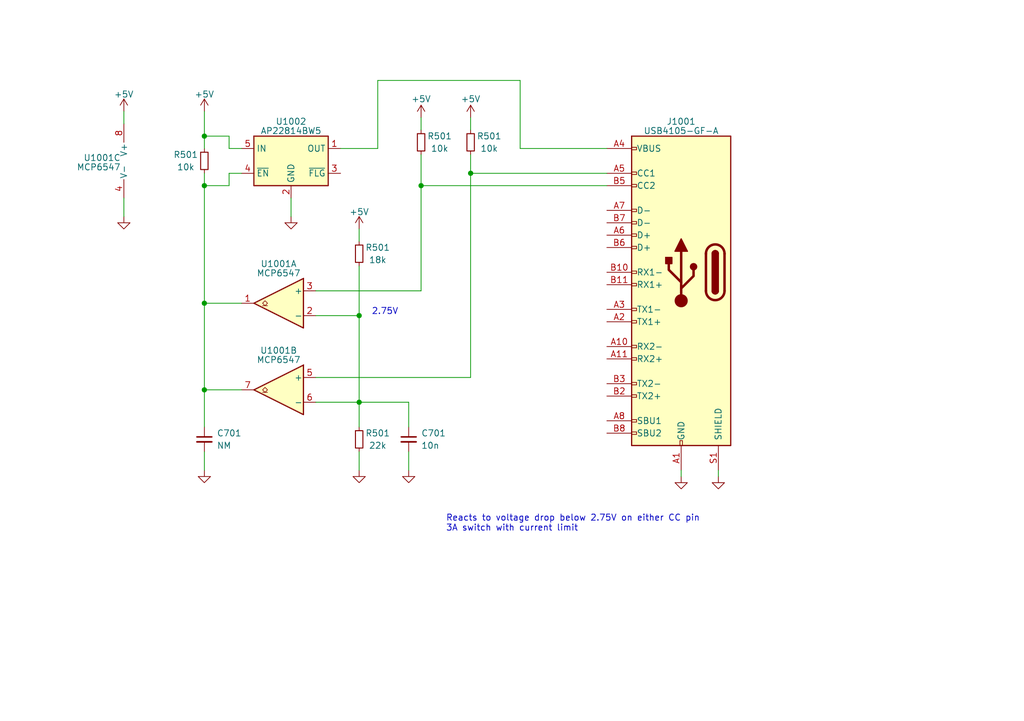
<source format=kicad_sch>
(kicad_sch (version 20230121) (generator eeschema)
  (paper "A5")
  (lib_symbols
    (symbol "Comparator:MCP6567" (pin_names (offset 0.127))
      (property "Reference" "U" (at 3.81 3.81 0))
      (property "Value" "MCP6567" (at 6.35 -3.81 0))
      (symbol "MCP6567_1_1"
        (polyline (pts (xy -5.08 5.08) (xy 5.08 0) (xy -5.08 -5.08) (xy -5.08 5.08)) (stroke (width 0.254)) (fill (type background)))
        (polyline (pts (xy 3.302 -0.508) (xy 2.794 -0.508) (xy 3.302 0) (xy 2.794 0.508) (xy 2.286 0) (xy 2.794 -0.508) (xy 2.286 -0.508)) (stroke (width 0.127)))
        (pin open_collector line (at 7.62 0 180) (length 2.54) (name "~") (number "1"))
        (pin input line (at -7.62 -2.54 0) (length 2.54) (name "-") (number "2"))
        (pin input line (at -7.62 2.54 0) (length 2.54) (name "+") (number "3"))
      )
      (symbol "MCP6567_2_1"
        (polyline (pts (xy -5.08 5.08) (xy 5.08 0) (xy -5.08 -5.08) (xy -5.08 5.08)) (stroke (width 0.254)) (fill (type background)))
        (polyline (pts (xy 3.302 -0.508) (xy 2.794 -0.508) (xy 3.302 0) (xy 2.794 0.508) (xy 2.286 0) (xy 2.794 -0.508) (xy 2.286 -0.508)) (stroke (width 0.127)))
        (pin input line (at -7.62 2.54 0) (length 2.54) (name "+") (number "5"))
        (pin input line (at -7.62 -2.54 0) (length 2.54) (name "-") (number "6"))
        (pin open_collector line (at 7.62 0 180) (length 2.54) (name "~") (number "7"))
      )
      (symbol "MCP6567_3_1"
        (pin power_in line (at -2.54 -7.62 90) (length 3.81) (name "V-") (number "4"))
        (pin power_in line (at -2.54 7.62 270) (length 3.81) (name "V+") (number "8"))
      )
    )
    (symbol "Connector:USB_C_Receptacle" (pin_names (offset 1.016))
      (property "Reference" "J" (at -10.16 29.21 0))
      (property "Value" "USB_C_Receptacle" (at 10.16 29.21 0))
      (symbol "USB_C_Receptacle_0_0"
        (rectangle (start -0.254 -35.56) (end 0.254 -34.544))
        (rectangle (start 10.16 -32.766) (end 9.144 -33.274))
        (rectangle (start 10.16 -30.226) (end 9.144 -30.734))
        (rectangle (start 10.16 -25.146) (end 9.144 -25.654))
        (rectangle (start 10.16 -22.606) (end 9.144 -23.114))
        (rectangle (start 10.16 -17.526) (end 9.144 -18.034))
        (rectangle (start 10.16 -14.986) (end 9.144 -15.494))
        (rectangle (start 10.16 -9.906) (end 9.144 -10.414))
        (rectangle (start 10.16 -7.366) (end 9.144 -7.874))
        (rectangle (start 10.16 -2.286) (end 9.144 -2.794))
        (rectangle (start 10.16 0.254) (end 9.144 -0.254))
        (rectangle (start 10.16 5.334) (end 9.144 4.826))
        (rectangle (start 10.16 7.874) (end 9.144 7.366))
        (rectangle (start 10.16 10.414) (end 9.144 9.906))
        (rectangle (start 10.16 12.954) (end 9.144 12.446))
        (rectangle (start 10.16 18.034) (end 9.144 17.526))
        (rectangle (start 10.16 20.574) (end 9.144 20.066))
        (rectangle (start 10.16 25.654) (end 9.144 25.146))
      )
      (symbol "USB_C_Receptacle_0_1"
        (rectangle (start -10.16 27.94) (end 10.16 -35.56) (stroke (width 0.254)) (fill (type background)))
        (arc (start -8.89 -3.81) (mid -6.985 -5.7067) (end -5.08 -3.81) (stroke (width 0.508)))
        (arc (start -7.62 -3.81) (mid -6.985 -4.4423) (end -6.35 -3.81) (stroke (width 0.254)))
        (arc (start -7.62 -3.81) (mid -6.985 -4.4423) (end -6.35 -3.81) (stroke (width 0.254)) (fill (type outline)))
        (rectangle (start -7.62 -3.81) (end -6.35 3.81) (stroke (width 0.254)) (fill (type outline)))
        (arc (start -6.35 3.81) (mid -6.985 4.4423) (end -7.62 3.81) (stroke (width 0.254)))
        (arc (start -6.35 3.81) (mid -6.985 4.4423) (end -7.62 3.81) (stroke (width 0.254)) (fill (type outline)))
        (arc (start -5.08 3.81) (mid -6.985 5.7067) (end -8.89 3.81) (stroke (width 0.508)))
        (polyline (pts (xy -8.89 -3.81) (xy -8.89 3.81)) (stroke (width 0.508)))
        (polyline (pts (xy -5.08 3.81) (xy -5.08 -3.81)) (stroke (width 0.508)))
      )
      (symbol "USB_C_Receptacle_1_1"
        (circle (center -2.54 1.143) (radius 0.635) (stroke (width 0.254)) (fill (type outline)))
        (circle (center 0 -5.842) (radius 1.27) (fill (type outline)))
        (polyline (pts (xy 0 -5.842) (xy 0 4.318)) (stroke (width 0.508)))
        (polyline (pts (xy 0 -3.302) (xy -2.54 -0.762) (xy -2.54 0.508)) (stroke (width 0.508)))
        (polyline (pts (xy 0 -2.032) (xy 2.54 0.508) (xy 2.54 1.778)) (stroke (width 0.508)))
        (polyline (pts (xy -1.27 4.318) (xy 0 6.858) (xy 1.27 4.318) (xy -1.27 4.318)) (stroke (width 0.254)) (fill (type outline)))
        (rectangle (start 1.905 1.778) (end 3.175 3.048) (stroke (width 0.254)) (fill (type outline)))
        (pin passive line (at 0 -40.64 90) (length 5.08) (name "GND") (number "A1"))
        (pin bidirectional line (at 15.24 -15.24 180) (length 5.08) (name "RX2-") (number "A10"))
        (pin bidirectional line (at 15.24 -17.78 180) (length 5.08) (name "RX2+") (number "A11"))
        (pin passive line (at 0 -40.64 90) (length 5.08) hide (name "GND") (number "A12"))
        (pin bidirectional line (at 15.24 -10.16 180) (length 5.08) (name "TX1+") (number "A2"))
        (pin bidirectional line (at 15.24 -7.62 180) (length 5.08) (name "TX1-") (number "A3"))
        (pin passive line (at 15.24 25.4 180) (length 5.08) (name "VBUS") (number "A4"))
        (pin bidirectional line (at 15.24 20.32 180) (length 5.08) (name "CC1") (number "A5"))
        (pin bidirectional line (at 15.24 7.62 180) (length 5.08) (name "D+") (number "A6"))
        (pin bidirectional line (at 15.24 12.7 180) (length 5.08) (name "D-") (number "A7"))
        (pin bidirectional line (at 15.24 -30.48 180) (length 5.08) (name "SBU1") (number "A8"))
        (pin passive line (at 15.24 25.4 180) (length 5.08) hide (name "VBUS") (number "A9"))
        (pin passive line (at 0 -40.64 90) (length 5.08) hide (name "GND") (number "B1"))
        (pin bidirectional line (at 15.24 0 180) (length 5.08) (name "RX1-") (number "B10"))
        (pin bidirectional line (at 15.24 -2.54 180) (length 5.08) (name "RX1+") (number "B11"))
        (pin passive line (at 0 -40.64 90) (length 5.08) hide (name "GND") (number "B12"))
        (pin bidirectional line (at 15.24 -25.4 180) (length 5.08) (name "TX2+") (number "B2"))
        (pin bidirectional line (at 15.24 -22.86 180) (length 5.08) (name "TX2-") (number "B3"))
        (pin passive line (at 15.24 25.4 180) (length 5.08) hide (name "VBUS") (number "B4"))
        (pin bidirectional line (at 15.24 17.78 180) (length 5.08) (name "CC2") (number "B5"))
        (pin bidirectional line (at 15.24 5.08 180) (length 5.08) (name "D+") (number "B6"))
        (pin bidirectional line (at 15.24 10.16 180) (length 5.08) (name "D-") (number "B7"))
        (pin bidirectional line (at 15.24 -33.02 180) (length 5.08) (name "SBU2") (number "B8"))
        (pin passive line (at 15.24 25.4 180) (length 5.08) hide (name "VBUS") (number "B9"))
        (pin passive line (at -7.62 -40.64 90) (length 5.08) (name "SHIELD") (number "S1"))
      )
    )
    (symbol "Device:C_Small" (pin_numbers hide) (pin_names (offset 0.254) hide)
      (property "Reference" "C" (at 0.254 1.778 0))
      (property "Value" "C_Small" (at 0.254 -2.032 0))
      (symbol "C_Small_0_1"
        (polyline (pts (xy -1.524 -0.508) (xy 1.524 -0.508)) (stroke (width 0.3302)))
        (polyline (pts (xy -1.524 0.508) (xy 1.524 0.508)) (stroke (width 0.3048)))
      )
      (symbol "C_Small_1_1"
        (pin passive line (at 0 2.54 270) (length 2.032) (name "~") (number "1"))
        (pin passive line (at 0 -2.54 90) (length 2.032) (name "~") (number "2"))
      )
    )
    (symbol "Device:R_Small" (pin_numbers hide) (pin_names (offset 0.254) hide)
      (property "Reference" "R" (at 0.762 0.508 0))
      (property "Value" "R_Small" (at 0.762 -1.016 0))
      (symbol "R_Small_0_1"
        (rectangle (start -0.762 1.778) (end 0.762 -1.778) (stroke (width 0.2032)))
      )
      (symbol "R_Small_1_1"
        (pin passive line (at 0 2.54 270) (length 0.762) (name "~") (number "1"))
        (pin passive line (at 0 -2.54 90) (length 0.762) (name "~") (number "2"))
      )
    )
    (symbol "Power_Management:AP22814BW5"
      (property "Reference" "U" (at -7.62 -6.35 0))
      (property "Value" "AP22814BW5" (at -7.62 6.35 0))
      (symbol "AP22814BW5_0_1"
        (rectangle (start -7.62 5.08) (end 7.62 -5.08) (stroke (width 0.254)) (fill (type background)))
      )
      (symbol "AP22814BW5_1_1"
        (pin power_out line (at 10.16 2.54 180) (length 2.54) (name "OUT") (number "1"))
        (pin power_in line (at 0 -7.62 90) (length 2.54) (name "GND") (number "2"))
        (pin open_collector line (at 10.16 -2.54 180) (length 2.54) (name "~{FLG}") (number "3"))
        (pin input line (at -10.16 -2.54 0) (length 2.54) (name "~{EN}") (number "4"))
        (pin power_in line (at -10.16 2.54 0) (length 2.54) (name "IN") (number "5"))
      )
    )
    (symbol "power:+5V" (power) (pin_names (offset 0))
      (property "Value" "+5V" (at 0 3.556 0))
      (symbol "+5V_0_1"
        (polyline (pts (xy -0.762 1.27) (xy 0 2.54)))
        (polyline (pts (xy 0 0) (xy 0 2.54)))
        (polyline (pts (xy 0 2.54) (xy 0.762 1.27)))
      )
      (symbol "+5V_1_1"
        (pin power_in line (at 0 0 90) (length 0) hide (name "+5V") (number "1"))
      )
    )
    (symbol "power:GND" (power) (pin_names (offset 0))
      (property "Value" "GND" (at 0 -3.81 0))
      (symbol "GND_0_1"
        (polyline (pts (xy 0 0) (xy 0 -1.27) (xy 1.27 -1.27) (xy 0 -2.54) (xy -1.27 -1.27) (xy 0 -1.27)))
      )
      (symbol "GND_1_1"
        (pin power_in line (at 0 0 270) (length 0) hide (name "GND") (number "1"))
      )
    )
  )
  (junction (at 41.91 80.01))
  (junction (at 41.91 38.1))
  (junction (at 73.66 82.55))
  (junction (at 73.66 64.77))
  (junction (at 41.91 27.94))
  (junction (at 41.91 62.23))
  (junction (at 86.36 38.1))
  (junction (at 96.52 35.56))
  (wire (pts (xy 41.91 38.1) (xy 41.91 62.23)))
  (wire (pts (xy 46.99 35.56) (xy 49.53 35.56)))
  (wire (pts (xy 77.47 16.51) (xy 77.47 30.48)))
  (wire (pts (xy 41.91 27.94) (xy 41.91 30.48)))
  (wire (pts (xy 86.36 24.13) (xy 86.36 26.67)))
  (wire (pts (xy 41.91 80.01) (xy 41.91 62.23)))
  (wire (pts (xy 41.91 80.01) (xy 41.91 87.63)))
  (wire (pts (xy 59.69 40.64) (xy 59.69 44.45)))
  (wire (pts (xy 86.36 59.69) (xy 86.36 38.1)))
  (wire (pts (xy 41.91 38.1) (xy 46.99 38.1)))
  (wire (pts (xy 96.52 77.47) (xy 96.52 35.56)))
  (wire (pts (xy 106.68 16.51) (xy 77.47 16.51)))
  (wire (pts (xy 86.36 31.75) (xy 86.36 38.1)))
  (wire (pts (xy 25.4 22.86) (xy 25.4 25.4)))
  (wire (pts (xy 73.66 54.61) (xy 73.66 64.77)))
  (wire (pts (xy 46.99 38.1) (xy 46.99 35.56)))
  (wire (pts (xy 73.66 82.55) (xy 73.66 87.63)))
  (wire (pts (xy 46.99 27.94) (xy 41.91 27.94)))
  (wire (pts (xy 73.66 46.99) (xy 73.66 49.53)))
  (wire (pts (xy 25.4 40.64) (xy 25.4 44.45)))
  (wire (pts (xy 83.82 92.71) (xy 83.82 96.52)))
  (wire (pts (xy 46.99 27.94) (xy 46.99 30.48)))
  (wire (pts (xy 64.77 82.55) (xy 73.66 82.55)))
  (wire (pts (xy 124.46 30.48) (xy 106.68 30.48)))
  (wire (pts (xy 73.66 82.55) (xy 83.82 82.55)))
  (wire (pts (xy 73.66 64.77) (xy 73.66 82.55)))
  (wire (pts (xy 96.52 31.75) (xy 96.52 35.56)))
  (wire (pts (xy 64.77 59.69) (xy 86.36 59.69)))
  (wire (pts (xy 139.7 96.52) (xy 139.7 97.79)))
  (wire (pts (xy 96.52 24.13) (xy 96.52 26.67)))
  (wire (pts (xy 77.47 30.48) (xy 69.85 30.48)))
  (wire (pts (xy 106.68 30.48) (xy 106.68 16.51)))
  (wire (pts (xy 147.32 96.52) (xy 147.32 97.79)))
  (wire (pts (xy 64.77 77.47) (xy 96.52 77.47)))
  (wire (pts (xy 73.66 92.71) (xy 73.66 96.52)))
  (wire (pts (xy 83.82 87.63) (xy 83.82 82.55)))
  (wire (pts (xy 49.53 80.01) (xy 41.91 80.01)))
  (wire (pts (xy 41.91 22.86) (xy 41.91 27.94)))
  (wire (pts (xy 49.53 62.23) (xy 41.91 62.23)))
  (wire (pts (xy 41.91 92.71) (xy 41.91 96.52)))
  (wire (pts (xy 96.52 35.56) (xy 124.46 35.56)))
  (wire (pts (xy 46.99 30.48) (xy 49.53 30.48)))
  (wire (pts (xy 41.91 38.1) (xy 41.91 35.56)))
  (wire (pts (xy 64.77 64.77) (xy 73.66 64.77)))
  (wire (pts (xy 86.36 38.1) (xy 124.46 38.1)))
  (text "2.75V" (at 76.2 64.77 0) (effects (font (size 1.27 1.27)) (justify left bottom)))
  (text "Reacts to voltage drop below 2.75V on either CC pin\n3A switch with current limit" (at 91.44 109.22 0) (effects (font (size 1.27 1.27)) (justify left bottom)))
  (symbol (lib_id "Device:R_Small") (at 73.66 52.07 0) (mirror x) (unit 1)
    (property "Reference" "R501" (at 77.47 50.8 0))
    (property "Value" "18k" (at 77.47 53.34 0))
    (property "Footprint" "Resistor_SMD:R_0603_1608Metric" (effects hide))
    (instances (project "OpenUPS_ups" (path "" (reference "R501") (unit 1)) (path "" (reference "R412") (unit 1)) (path "" (reference "R1002") (unit 1))))
  )
  (symbol (lib_id "power:+5V") (at 86.36 24.13 0) (unit 1)
    (property "Reference" "#PWR0128" (effects hide))
    (property "Value" "+5V" (at 86.36 20.32 0))
    (instances (project "OpenUPS_ups" (path "" (reference "#PWR0128") (unit 1)) (path "" (reference "#PWR01009") (unit 1))))
  )
  (symbol (lib_id "power:GND") (at 147.32 97.79 0) (unit 1)
    (property "Reference" "#PWR0306" (effects hide))
    (property "Value" "GND" (effects hide))
    (instances (project "OpenUPS_ups" (path "" (reference "#PWR0306") (unit 1)) (path "" (reference "#PWR0514") (unit 1)) (path "" (reference "#PWR0805") (unit 1)) (path "" (reference "#PWR0129") (unit 1)) (path "" (reference "#PWR01012") (unit 1))))
  )
  (symbol (lib_id "Comparator:MCP6567") (at 22.86 33.02 0) (mirror y) (unit 3)
    (property "Reference" "U1001" (at 24.765 32.3763 0) (effects (justify left)))
    (property "Value" "MCP6547" (at 24.765 34.2973 0) (effects (justify left)))
    (property "Footprint" "Package_SO:SO-8_3.9x4.9mm_P1.27mm" (effects hide))
    (property "Datasheet" "https://ww1.microchip.com/downloads/aemDocuments/documents/MSLD/ProductDocuments/DataSheets/MCP6546-Open-Drain-Output-Sub-Microamp-Comparators-DS20001714.pdf" (effects hide))
    (property "Alt" "MCP6567" (effects hide))
  )
  (symbol (lib_id "Device:R_Small") (at 96.52 29.21 0) (mirror x) (unit 1)
    (property "Reference" "R501" (at 100.33 27.94 0))
    (property "Value" "10k" (at 100.33 30.48 0))
    (property "Footprint" "Resistor_SMD:R_0603_1608Metric" (effects hide))
    (instances (project "OpenUPS_ups" (path "" (reference "R501") (unit 1)) (path "" (reference "R412") (unit 1)) (path "" (reference "R1005") (unit 1))))
  )
  (symbol (lib_id "Comparator:MCP6567") (at 57.15 62.23 0) (mirror y) (unit 1)
    (property "Reference" "U1001" (at 57.15 54.1401 0))
    (property "Value" "MCP6547" (at 57.15 56.0611 0))
    (property "Footprint" "Package_SO:SO-8_3.9x4.9mm_P1.27mm" (effects hide))
    (property "Datasheet" "https://ww1.microchip.com/downloads/aemDocuments/documents/MSLD/ProductDocuments/DataSheets/MCP6546-Open-Drain-Output-Sub-Microamp-Comparators-DS20001714.pdf" (effects hide))
    (property "Alt" "MCP6567" (effects hide))
  )
  (symbol (lib_id "power:GND") (at 41.91 96.52 0) (unit 1)
    (property "Reference" "#PWR0702" (effects hide))
    (property "Value" "GND" (effects hide))
    (instances (project "OpenUPS_ups" (path "" (reference "#PWR0702") (unit 1)) (path "" (reference "#PWR0409") (unit 1)) (path "" (reference "#PWR01004") (unit 1))))
  )
  (symbol (lib_id "Comparator:MCP6567") (at 57.15 80.01 0) (mirror y) (unit 2)
    (property "Reference" "U1001" (at 57.15 71.9201 0))
    (property "Value" "MCP6547" (at 57.15 73.8411 0))
    (property "Footprint" "Package_SO:SO-8_3.9x4.9mm_P1.27mm" (effects hide))
    (property "Datasheet" "https://ww1.microchip.com/downloads/aemDocuments/documents/MSLD/ProductDocuments/DataSheets/MCP6546-Open-Drain-Output-Sub-Microamp-Comparators-DS20001714.pdf" (effects hide))
    (property "Alt" "MCP6567" (effects hide))
  )
  (symbol (lib_id "Device:C_Small") (at 83.82 90.17 0) (unit 1)
    (property "Reference" "C701" (at 86.36 88.9 0) (effects (justify left)))
    (property "Value" "10n" (at 86.36 91.44 0) (effects (justify left)))
    (property "Footprint" "Capacitor_SMD:C_0603_1608Metric" (effects hide))
    (instances (project "OpenUPS_ups" (path "" (reference "C701") (unit 1)) (path "" (reference "C408") (unit 1)) (path "" (reference "C1002") (unit 1))))
  )
  (symbol (lib_id "Device:R_Small") (at 41.91 33.02 180) (unit 1)
    (property "Reference" "R501" (at 38.1 31.75 0))
    (property "Value" "10k" (at 38.1 34.29 0))
    (property "Footprint" "Resistor_SMD:R_0603_1608Metric" (effects hide))
    (instances (project "OpenUPS_ups" (path "" (reference "R501") (unit 1)) (path "" (reference "R412") (unit 1)) (path "" (reference "R1001") (unit 1))))
  )
  (symbol (lib_id "power:+5V") (at 96.52 24.13 0) (unit 1)
    (property "Reference" "#PWR0128" (effects hide))
    (property "Value" "+5V" (at 96.52 20.32 0))
    (instances (project "OpenUPS_ups" (path "" (reference "#PWR0128") (unit 1)) (path "" (reference "#PWR01010") (unit 1))))
  )
  (symbol (lib_id "Device:R_Small") (at 73.66 90.17 0) (mirror x) (unit 1)
    (property "Reference" "R501" (at 77.47 88.9 0))
    (property "Value" "22k" (at 77.47 91.44 0))
    (property "Footprint" "Resistor_SMD:R_0603_1608Metric" (effects hide))
    (instances (project "OpenUPS_ups" (path "" (reference "R501") (unit 1)) (path "" (reference "R412") (unit 1)) (path "" (reference "R1003") (unit 1))))
  )
  (symbol (lib_id "power:+5V") (at 73.66 46.99 0) (unit 1)
    (property "Reference" "#PWR0128" (effects hide))
    (property "Value" "+5V" (at 73.66 43.4881 0))
    (instances (project "OpenUPS_ups" (path "" (reference "#PWR0128") (unit 1)) (path "" (reference "#PWR01006") (unit 1))))
  )
  (symbol (lib_id "power:GND") (at 73.66 96.52 0) (unit 1)
    (property "Reference" "#PWR0306" (effects hide))
    (property "Value" "GND" (effects hide))
    (instances (project "OpenUPS_ups" (path "" (reference "#PWR0306") (unit 1)) (path "" (reference "#PWR0514") (unit 1)) (path "" (reference "#PWR0805") (unit 1)) (path "" (reference "#PWR0129") (unit 1)) (path "" (reference "#PWR01007") (unit 1))))
  )
  (symbol (lib_id "power:GND") (at 25.4 44.45 0) (unit 1)
    (property "Reference" "#PWR0306" (effects hide))
    (property "Value" "GND" (effects hide))
    (instances (project "OpenUPS_ups" (path "" (reference "#PWR0306") (unit 1)) (path "" (reference "#PWR0514") (unit 1)) (path "" (reference "#PWR0805") (unit 1)) (path "" (reference "#PWR0129") (unit 1)) (path "" (reference "#PWR01002") (unit 1))))
  )
  (symbol (lib_id "power:+5V") (at 25.4 22.86 0) (unit 1)
    (property "Reference" "#PWR0128" (effects hide))
    (property "Value" "+5V" (at 25.4 19.3581 0))
    (instances (project "OpenUPS_ups" (path "" (reference "#PWR0128") (unit 1)) (path "" (reference "#PWR01001") (unit 1))))
  )
  (symbol (lib_id "power:GND") (at 83.82 96.52 0) (unit 1)
    (property "Reference" "#PWR0702" (effects hide))
    (property "Value" "GND" (effects hide))
    (instances (project "OpenUPS_ups" (path "" (reference "#PWR0702") (unit 1)) (path "" (reference "#PWR0409") (unit 1)) (path "" (reference "#PWR01008") (unit 1))))
  )
  (symbol (lib_id "Power_Management:AP22814BW5") (at 59.69 33.02 0) (unit 1)
    (property "Reference" "U1002" (at 59.69 24.9301 0))
    (property "Value" "AP22814BW5" (at 59.69 26.8511 0))
    (property "Footprint" "Package_TO_SOT_SMD:SOT-23-5" (effects hide))
    (property "Datasheet" "https://www.diodes.com/assets/Datasheets/AP22804_14.pdf" (effects hide))
  )
  (symbol (lib_id "Connector:USB_C_Receptacle") (at 139.7 55.88 0) (mirror y) (unit 1)
    (property "Reference" "J1001" (at 139.7 24.9301 0))
    (property "Value" "USB4105-GF-A" (at 139.7 26.8511 0))
    (property "Footprint" "Connector_USB:USB_C_Receptacle_GCT_USB4105-xx-A_16P_TopMnt_Horizontal" (effects hide))
  )
  (symbol (lib_id "Device:R_Small") (at 86.36 29.21 0) (mirror x) (unit 1)
    (property "Reference" "R501" (at 90.17 27.94 0))
    (property "Value" "10k" (at 90.17 30.48 0))
    (property "Footprint" "Resistor_SMD:R_0603_1608Metric" (effects hide))
    (instances (project "OpenUPS_ups" (path "" (reference "R501") (unit 1)) (path "" (reference "R412") (unit 1)) (path "" (reference "R1004") (unit 1))))
  )
  (symbol (lib_id "power:+5V") (at 41.91 22.86 0) (unit 1)
    (property "Reference" "#PWR0128" (effects hide))
    (property "Value" "+5V" (at 41.91 19.3581 0))
    (instances (project "OpenUPS_ups" (path "" (reference "#PWR0128") (unit 1)) (path "" (reference "#PWR01003") (unit 1))))
  )
  (symbol (lib_id "power:GND") (at 59.69 44.45 0) (unit 1)
    (property "Reference" "#PWR0306" (effects hide))
    (property "Value" "GND" (effects hide))
    (instances (project "OpenUPS_ups" (path "" (reference "#PWR0306") (unit 1)) (path "" (reference "#PWR0514") (unit 1)) (path "" (reference "#PWR0805") (unit 1)) (path "" (reference "#PWR0129") (unit 1)) (path "" (reference "#PWR01005") (unit 1))))
  )
  (symbol (lib_id "power:GND") (at 139.7 97.79 0) (unit 1)
    (property "Reference" "#PWR0306" (effects hide))
    (property "Value" "GND" (effects hide))
    (instances (project "OpenUPS_ups" (path "" (reference "#PWR0306") (unit 1)) (path "" (reference "#PWR0514") (unit 1)) (path "" (reference "#PWR0805") (unit 1)) (path "" (reference "#PWR0129") (unit 1)) (path "" (reference "#PWR01011") (unit 1))))
  )
  (symbol (lib_id "Device:C_Small") (at 41.91 90.17 0) (unit 1)
    (property "Reference" "C701" (at 44.45 88.9 0) (effects (justify left)))
    (property "Value" "NM" (at 44.45 91.44 0) (effects (justify left)))
    (property "Footprint" "Capacitor_SMD:C_0603_1608Metric" (effects hide))
    (instances (project "OpenUPS_ups" (path "" (reference "C701") (unit 1)) (path "" (reference "C408") (unit 1)) (path "" (reference "C1001") (unit 1))))
  )
)
</source>
